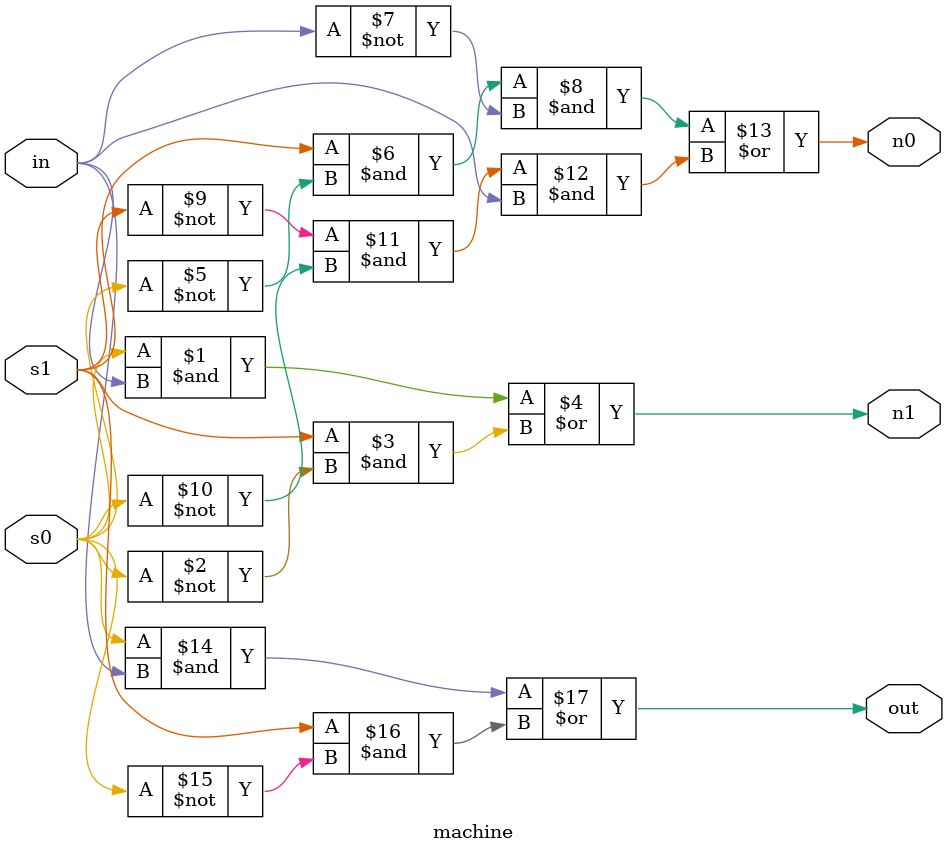
<source format=v>
 module machine (input s1, s0, in, output n1, n0, out);

    assign n1 = (s0&in) | (s1&~s0);
    assign n0 = (s1&~s0&~in) | (~s1&~s0&in);
    assign out = (s0&in) | (s1&~s0);

 endmodule
</source>
